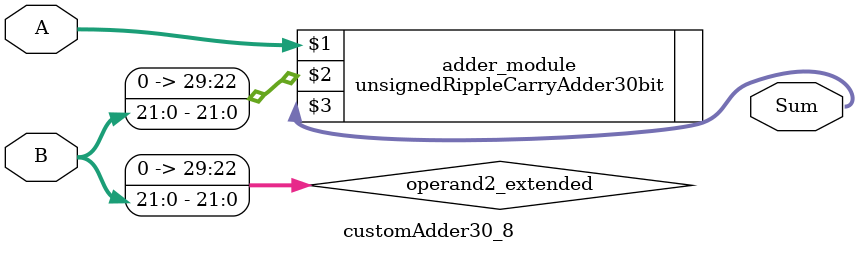
<source format=v>

module customAdder30_8(
                    input [29 : 0] A,
                    input [21 : 0] B,
                    
                    output [30 : 0] Sum
            );

    wire [29 : 0] operand2_extended;
    
    assign operand2_extended =  {8'b0, B};
    
    unsignedRippleCarryAdder30bit adder_module(
        A,
        operand2_extended,
        Sum
    );
    
endmodule
        
</source>
